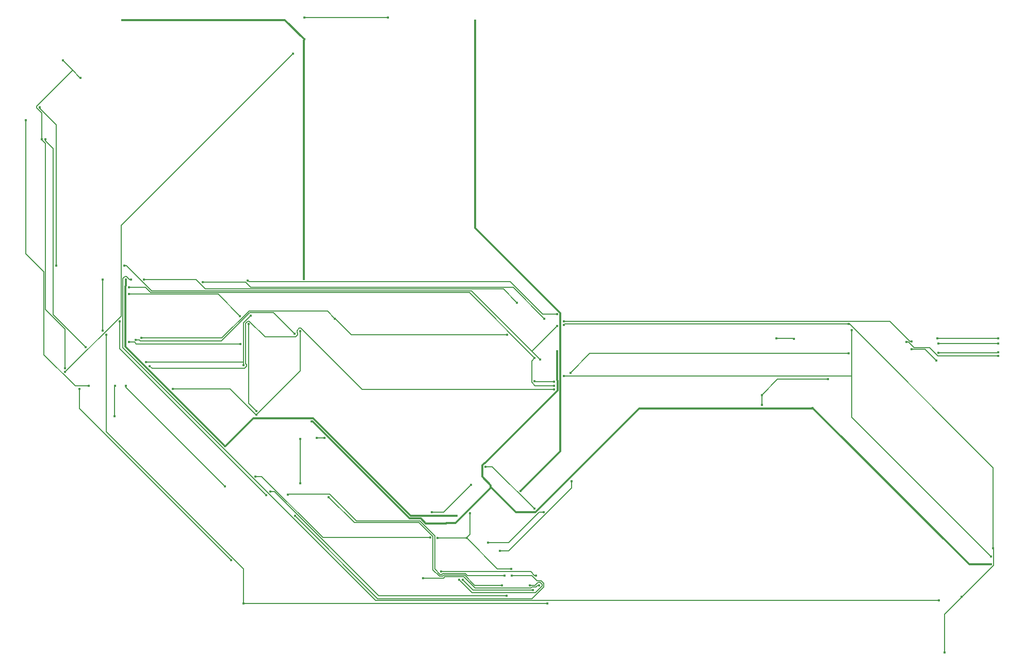
<source format=gbr>
G04 EAGLE Gerber RS-274X export*
G75*
%MOMM*%
%FSLAX34Y34*%
%LPD*%
%INBottom Copper*%
%IPPOS*%
%AMOC8*
5,1,8,0,0,1.08239X$1,22.5*%
G01*
G04 Define Apertures*
%ADD10C,0.150000*%
%ADD11C,0.452400*%
%ADD12C,0.300000*%
D10*
X-1195255Y1080993D02*
X-1058140Y1080993D01*
X-198748Y535995D02*
X-176588Y535995D01*
X-157890Y517298D01*
X-1473640Y547768D02*
X-1483335Y547768D01*
X-1473640Y547768D02*
X-1470870Y544998D01*
X-1299823Y544998D01*
D11*
X-1058140Y1080993D03*
X-1195255Y1080993D03*
X-198748Y535995D03*
X-157890Y517298D03*
X-1483335Y547768D03*
X-1299823Y544998D03*
D10*
X-207058Y547768D02*
X-203595Y547768D01*
X-194593Y538765D01*
X-168970Y538765D01*
X-155120Y524915D01*
X-56093Y524915D01*
D11*
X-207058Y547768D03*
X-56093Y524915D03*
D10*
X-56093Y545690D02*
X-154428Y545690D01*
D11*
X-154428Y545690D03*
X-56093Y545690D03*
D10*
X-56785Y530455D02*
X-154428Y530455D01*
X-56785Y530455D02*
X-56093Y531148D01*
D11*
X-154428Y530455D03*
X-56093Y531148D03*
D10*
X-56093Y554000D02*
X-155813Y554000D01*
D11*
X-155813Y554000D03*
X-56093Y554000D03*
D10*
X-301930Y529070D02*
X-726433Y529070D01*
X-758288Y497215D01*
X-785295Y470208D02*
X-1100383Y470208D01*
X-1200795Y570620D01*
X-1203565Y570620D01*
X-1207028Y567158D01*
X-1207028Y563695D01*
X-1206335Y563003D01*
X-1206335Y560233D01*
X-1209798Y556770D01*
X-1259658Y556770D01*
X-1285280Y582393D01*
X-1288050Y582393D01*
X-1291513Y578930D01*
X-1291513Y512450D01*
X-1290128Y511065D01*
X-1290128Y508295D01*
X-1293590Y504833D01*
X-1445248Y504833D01*
X-1448710Y508295D01*
D11*
X-301930Y529070D03*
X-758288Y497215D03*
X-785295Y470208D03*
X-1448710Y508295D03*
D10*
X-200825Y549153D02*
X-198748Y549153D01*
X-200825Y549153D02*
X-234065Y582393D01*
X-769368Y582393D01*
X-780448Y593473D02*
X-803993Y593473D01*
X-857315Y646795D01*
X-1285973Y646795D01*
X-1288050Y648873D01*
D11*
X-198748Y549153D03*
X-769368Y582393D03*
X-780448Y593473D03*
X-1288050Y648873D03*
D10*
X-418270Y486828D02*
X-335863Y486828D01*
X-418270Y486828D02*
X-443893Y461205D01*
X-443893Y444585D01*
D11*
X-335863Y486828D03*
X-443893Y461205D03*
X-443893Y444585D03*
D12*
X-1227110Y1076838D02*
X-1493723Y1076838D01*
X-1227110Y1076838D02*
X-1195255Y1044983D01*
X-103875Y182820D02*
X-68558Y182820D01*
X-103875Y182820D02*
X-360793Y439738D01*
X-963268Y249993D02*
X-995815Y249993D01*
X-1004125Y258303D01*
X-1022130Y258303D01*
X-1181405Y417578D01*
X-1183483Y417578D01*
X-780448Y485443D02*
X-780448Y532533D01*
X-780448Y485443D02*
X-779755Y484750D01*
X-779755Y468130D01*
X-898865Y349020D01*
X-899558Y349020D01*
X-903020Y345558D01*
X-903020Y326860D01*
X-889170Y313010D01*
X-889170Y308855D01*
X-947340Y250685D01*
X-961883Y250685D01*
X-963268Y249993D01*
X-645410Y439045D02*
X-362178Y439045D01*
X-645410Y439045D02*
X-815765Y268690D01*
X-848313Y268690D01*
X-887785Y308163D01*
X-362178Y439045D02*
X-360793Y439738D01*
X-887785Y308163D02*
X-889170Y308855D01*
X-1195948Y651643D02*
X-1195948Y1043598D01*
X-1195255Y1044983D01*
D11*
X-1493723Y1076838D03*
X-1195255Y1044983D03*
X-68558Y182820D03*
X-360793Y439738D03*
X-963268Y249993D03*
X-1183483Y417578D03*
X-780448Y532533D03*
X-1195948Y651643D03*
D10*
X-1562973Y981965D02*
X-1575091Y994084D01*
X-1591365Y1010358D01*
X-1562973Y981965D02*
X-1562280Y981965D01*
X-1625990Y923795D02*
X-1625990Y880860D01*
X-1625990Y923795D02*
X-1634300Y932105D01*
X-1634300Y934875D01*
X-1575091Y994084D01*
X-1587903Y569235D02*
X-1587903Y504833D01*
X-1587903Y569235D02*
X-1619758Y601090D01*
X-1619758Y873935D01*
X-1625990Y880168D01*
X-1625990Y880860D01*
D11*
X-1591365Y1010358D03*
X-1562280Y981965D03*
X-1625990Y880860D03*
X-1587903Y504833D03*
D10*
X-915485Y148888D02*
X-871165Y148888D01*
X-915485Y148888D02*
X-932105Y165508D01*
X-966038Y165508D01*
X-968115Y163430D01*
X-973655Y163430D01*
X-984043Y173818D01*
X-984043Y228525D01*
X-1006895Y251378D01*
X-1112848Y251378D01*
X-1155090Y293620D01*
X-1466023Y551923D02*
X-1471563Y551923D01*
X-1466023Y551923D02*
X-1463945Y549845D01*
X-1330985Y549845D01*
X-1284588Y596243D01*
X-1245808Y596243D01*
X-1211183Y561618D01*
X-1619758Y878090D02*
X-1619758Y880860D01*
X-1619758Y878090D02*
X-1607293Y865625D01*
X-1607293Y592780D01*
X-1553970Y539458D01*
X-1174480Y390570D02*
X-1162015Y390570D01*
D11*
X-871165Y148888D03*
X-1155090Y293620D03*
X-1471563Y551923D03*
X-1211183Y561618D03*
X-1619758Y880860D03*
X-1553970Y539458D03*
X-1174480Y390570D03*
X-1162015Y390570D03*
D10*
X-927258Y164815D02*
X-866318Y164815D01*
X-927258Y164815D02*
X-930720Y168278D01*
X-967423Y168278D01*
X-969500Y166200D01*
X-972270Y166200D01*
X-981273Y175203D01*
X-981273Y229910D01*
X-1005510Y254148D01*
X-1109385Y254148D01*
X-1153705Y298468D01*
X-1221570Y298468D01*
X-1222263Y297775D01*
X-1202180Y500678D02*
X-1202180Y565773D01*
X-1202180Y500678D02*
X-1274200Y428658D01*
X-1317135Y470900D02*
X-1411315Y470900D01*
X-1317135Y470900D02*
X-1274893Y428658D01*
X-1274200Y428658D01*
X-1652305Y693193D02*
X-1652305Y912023D01*
X-1652305Y693193D02*
X-1622528Y663415D01*
X-1622528Y526993D01*
X-1571283Y475748D01*
X-1549123Y475748D01*
D11*
X-866318Y164815D03*
X-1222263Y297775D03*
X-1202180Y565773D03*
X-1274200Y428658D03*
X-1411315Y470900D03*
X-1652305Y912023D03*
X-1549123Y475748D03*
D10*
X-1629453Y931413D02*
X-1629453Y933490D01*
X-1629453Y931413D02*
X-1602445Y904405D01*
X-1602445Y673803D01*
X-1286665Y577545D02*
X-1286665Y447355D01*
X-1274200Y434890D01*
X-1201488Y389185D02*
X-1201488Y316473D01*
X-1336525Y626713D02*
X-1483335Y626713D01*
X-1336525Y626713D02*
X-1300515Y590703D01*
D11*
X-1629453Y933490D03*
X-1602445Y673803D03*
X-1286665Y577545D03*
X-1274200Y434890D03*
X-1201488Y316473D03*
X-1201488Y389185D03*
X-1483335Y626713D03*
X-1300515Y590703D03*
D12*
X-914793Y735435D02*
X-914793Y1075453D01*
X-914793Y735435D02*
X-774908Y595550D01*
X-774908Y368410D01*
X-840003Y303315D01*
D11*
X-914793Y1075453D03*
X-840003Y303315D03*
D10*
X-966223Y268690D02*
X-986120Y268690D01*
X-966223Y268690D02*
X-921490Y313423D01*
D11*
X-986120Y268690D03*
X-921490Y313423D03*
D10*
X-897480Y343480D02*
X-887093Y343480D01*
X-817843Y274230D01*
D11*
X-897480Y343480D03*
X-817843Y274230D03*
D10*
X-810225Y268690D02*
X-801915Y268690D01*
X-810225Y268690D02*
X-860085Y218830D01*
X-894018Y218830D01*
D11*
X-801915Y268690D03*
X-894018Y218830D03*
D10*
X-756210Y308163D02*
X-756210Y319935D01*
X-756210Y308163D02*
X-859393Y204980D01*
X-873935Y204980D01*
D11*
X-756210Y319935D03*
X-873935Y204980D03*
D10*
X-812303Y148888D02*
X-809533Y148888D01*
X-812303Y148888D02*
X-815073Y146118D01*
X-821305Y146118D01*
X-823383Y144040D01*
X-914793Y144040D01*
X-933490Y162738D01*
X-964653Y162738D01*
X-966730Y160660D01*
X-999970Y160660D01*
D11*
X-809533Y148888D03*
X-999970Y160660D03*
D10*
X-817150Y164815D02*
X-815073Y164815D01*
X-817150Y164815D02*
X-823383Y171048D01*
X-970885Y171048D01*
D11*
X-815073Y164815D03*
X-970885Y171048D03*
D10*
X-420348Y554000D02*
X-391955Y554000D01*
X-391263Y553308D01*
D11*
X-420348Y554000D03*
X-391263Y553308D03*
D10*
X-1495800Y590703D02*
X-1587903Y498600D01*
X-1495800Y590703D02*
X-1495800Y739590D01*
X-1213953Y1021438D01*
D11*
X-1587903Y498600D03*
X-1213953Y1021438D03*
D10*
X-1330293Y554693D02*
X-1462560Y554693D01*
X-1330293Y554693D02*
X-1285973Y599013D01*
X-1157168Y599013D01*
X-1144703Y586548D01*
X-1117695Y560233D02*
X-862163Y560233D01*
X-1117695Y560233D02*
X-1144010Y586548D01*
X-1144703Y586548D01*
D11*
X-1462560Y554693D03*
X-1144703Y586548D03*
X-862163Y560233D03*
D10*
X-1291513Y646103D02*
X-1362148Y646103D01*
X-1291513Y646103D02*
X-1283203Y637793D01*
X-852468Y637793D01*
X-801223Y586548D01*
D11*
X-1362148Y646103D03*
X-801223Y586548D03*
D10*
X-863548Y131575D02*
X-1073375Y131575D01*
X-1244423Y302623D01*
X-1250655Y302623D01*
X-1497878Y536688D02*
X-1497878Y582393D01*
X-1497878Y536688D02*
X-1257580Y296390D01*
D11*
X-863548Y131575D03*
X-1250655Y302623D03*
X-1497878Y582393D03*
X-1257580Y296390D03*
D10*
X-854545Y164815D02*
X-821305Y164815D01*
X-812995Y156505D01*
X-806763Y156505D01*
X-801915Y151658D01*
X-801915Y146118D01*
X-821305Y126728D01*
X-1074760Y126728D01*
X-1210490Y262458D01*
X-1564358Y439045D02*
X-1564358Y470900D01*
X-1564358Y439045D02*
X-1315058Y189745D01*
D11*
X-854545Y164815D03*
X-1210490Y262458D03*
X-1564358Y470900D03*
X-1315058Y189745D03*
D10*
X-878090Y175895D02*
X-855930Y175895D01*
X-878090Y175895D02*
X-928643Y226448D01*
X-923103Y232680D02*
X-923103Y266613D01*
X-923103Y232680D02*
X-928643Y227140D01*
X-928643Y226448D01*
X-1488183Y473670D02*
X-1488183Y475748D01*
X-1488183Y473670D02*
X-1325445Y310933D01*
X-976425Y226448D02*
X-928643Y226448D01*
X-988890Y227140D02*
X-1164785Y227140D01*
X-1265198Y327553D01*
X-1275585Y327553D01*
D11*
X-855930Y175895D03*
X-928643Y226448D03*
X-923103Y266613D03*
X-1488183Y475748D03*
X-1325445Y310933D03*
X-976425Y226448D03*
X-988890Y227140D03*
X-1275585Y327553D03*
D10*
X-1294975Y579623D02*
X-1283203Y591395D01*
X-1294975Y515220D02*
X-1294975Y509680D01*
X-1294975Y515220D02*
X-1294975Y579623D01*
X-1294975Y515220D02*
X-1454943Y515220D01*
D11*
X-1283203Y591395D03*
X-1294975Y509680D03*
X-1454943Y515220D03*
D10*
X-1458405Y650950D02*
X-1373228Y650950D01*
X-1357300Y635023D01*
X-868395Y635023D01*
X-846235Y612863D01*
D11*
X-1458405Y650950D03*
X-846235Y612863D03*
D10*
X-1479873Y650950D02*
X-1481950Y650950D01*
X-1486798Y655798D01*
X-1489568Y655798D01*
X-1493030Y652335D01*
X-1493030Y538765D01*
X-1078223Y123958D01*
X-153735Y123958D01*
D11*
X-1479873Y650950D03*
X-153735Y123958D03*
D12*
X-1488183Y640563D02*
X-1488183Y650950D01*
X-1488183Y640563D02*
X-1488875Y639870D01*
X-1488875Y540843D01*
X-1325445Y377413D01*
X-1020745Y263150D02*
X-945263Y263150D01*
X-1020745Y263150D02*
X-1180713Y423118D01*
X-1279048Y423118D01*
X-1324060Y378105D01*
X-1325445Y377413D01*
D11*
X-1488183Y650950D03*
X-1325445Y377413D03*
X-945263Y263150D03*
D10*
X-297083Y424503D02*
X-297083Y492368D01*
X-297083Y567850D01*
X-297083Y424503D02*
X-68558Y195978D01*
X-1455635Y637793D02*
X-1483335Y637793D01*
X-1455635Y637793D02*
X-1447325Y629483D01*
X-924488Y629483D01*
X-817150Y522145D01*
X-769368Y492368D02*
X-297083Y492368D01*
X-785295Y476440D02*
X-816458Y476440D01*
X-821998Y481980D01*
X-821998Y516605D01*
X-817150Y521453D01*
X-817150Y522145D01*
D11*
X-297083Y567850D03*
X-68558Y195978D03*
X-1483335Y637793D03*
X-817150Y522145D03*
X-769368Y492368D03*
X-785295Y476440D03*
D10*
X-301930Y577545D02*
X-300545Y577545D01*
X-64403Y341403D01*
X-64403Y209828D01*
X-144040Y101105D02*
X-144040Y38088D01*
X-115994Y129151D02*
X-63710Y181435D01*
X-115994Y129151D02*
X-144040Y101105D01*
X-63710Y181435D02*
X-63710Y209828D01*
X-64403Y209828D01*
X-116340Y129498D02*
X-115994Y129151D01*
X-1487490Y673803D02*
X-1490953Y673803D01*
X-1487490Y673803D02*
X-1445940Y632253D01*
X-921025Y632253D01*
X-821651Y532879D02*
X-808148Y519375D01*
X-821651Y532879D02*
X-921025Y632253D01*
X-767983Y577545D02*
X-301930Y577545D01*
X-767983Y577545D02*
X-769368Y576160D01*
X-780448Y574083D02*
X-821651Y532879D01*
D11*
X-301930Y577545D03*
X-64403Y209828D03*
X-144040Y38088D03*
X-116340Y129498D03*
X-1490953Y673803D03*
X-808148Y519375D03*
X-769368Y576160D03*
X-780448Y574083D03*
D10*
X-796375Y119110D02*
X-1294975Y119110D01*
X-1526270Y566465D02*
X-1526270Y650950D01*
X-1520038Y560233D02*
X-1520038Y400958D01*
X-1294975Y175895D01*
X-1294975Y119110D01*
D11*
X-796375Y119110D03*
X-1294975Y119110D03*
X-1526270Y650950D03*
X-1526270Y566465D03*
X-1520038Y560233D03*
D10*
X-1506880Y474363D02*
X-1506880Y425888D01*
X-1506880Y474363D02*
X-1505495Y475748D01*
D11*
X-1506880Y425888D03*
X-1505495Y475748D03*
D10*
X-824768Y148888D02*
X-816458Y148888D01*
X-811610Y153735D01*
X-808148Y153735D01*
X-804685Y150273D01*
X-804685Y147503D01*
X-815765Y136423D01*
X-919640Y136423D01*
X-941108Y157890D01*
D11*
X-824768Y148888D03*
X-941108Y157890D03*
D10*
X-918255Y141270D02*
X-819920Y141270D01*
X-918255Y141270D02*
X-934875Y157890D01*
D11*
X-819920Y141270D03*
X-934875Y157890D03*
D10*
X-816458Y482673D02*
X-785295Y482673D01*
X-816458Y482673D02*
X-817150Y483365D01*
D11*
X-785295Y482673D03*
X-817150Y483365D03*
M02*

</source>
